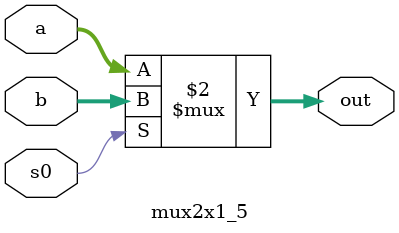
<source format=v>
`timescale 1ns / 1ps

module mux2x1_5(
    input s0,
    input [4:0] a,
    input [4:0] b,
    output [4:0] out
    );
    
    assign out = (s0 == 0) ? a : b;
    
endmodule


</source>
